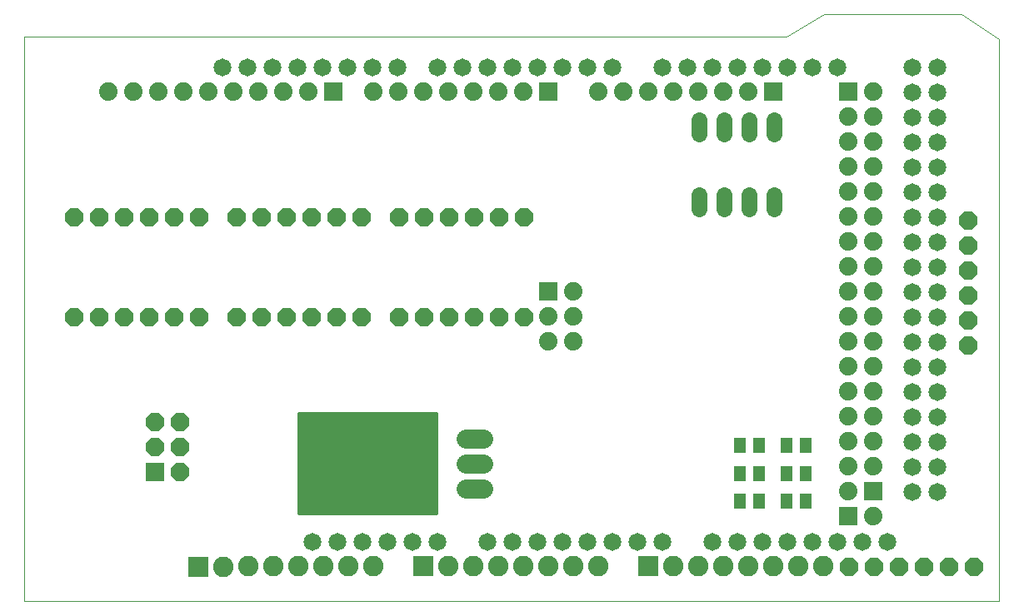
<source format=gts>
G75*
%MOIN*%
%OFA0B0*%
%FSLAX25Y25*%
%IPPOS*%
%LPD*%
%AMOC8*
5,1,8,0,0,1.08239X$1,22.5*
%
%ADD10C,0.00000*%
%ADD11C,0.01200*%
%ADD12C,0.00100*%
%ADD13C,0.07137*%
%ADD14R,0.08200X0.08200*%
%ADD15C,0.08200*%
%ADD16R,0.07400X0.07400*%
%ADD17C,0.07400*%
%ADD18OC8,0.07400*%
%ADD19C,0.06400*%
%ADD20C,0.07600*%
%ADD21C,0.13800*%
%ADD22OC8,0.07200*%
%ADD23R,0.05131X0.06312*%
D10*
X0045000Y0005000D02*
X0434951Y0005000D01*
X0434951Y0229961D01*
X0159500Y0060000D02*
X0159502Y0060161D01*
X0159508Y0060321D01*
X0159518Y0060482D01*
X0159532Y0060642D01*
X0159550Y0060802D01*
X0159571Y0060961D01*
X0159597Y0061120D01*
X0159627Y0061278D01*
X0159660Y0061435D01*
X0159698Y0061592D01*
X0159739Y0061747D01*
X0159784Y0061901D01*
X0159833Y0062054D01*
X0159886Y0062206D01*
X0159942Y0062357D01*
X0160003Y0062506D01*
X0160066Y0062654D01*
X0160134Y0062800D01*
X0160205Y0062944D01*
X0160279Y0063086D01*
X0160357Y0063227D01*
X0160439Y0063365D01*
X0160524Y0063502D01*
X0160612Y0063636D01*
X0160704Y0063768D01*
X0160799Y0063898D01*
X0160897Y0064026D01*
X0160998Y0064151D01*
X0161102Y0064273D01*
X0161209Y0064393D01*
X0161319Y0064510D01*
X0161432Y0064625D01*
X0161548Y0064736D01*
X0161667Y0064845D01*
X0161788Y0064950D01*
X0161912Y0065053D01*
X0162038Y0065153D01*
X0162166Y0065249D01*
X0162297Y0065342D01*
X0162431Y0065432D01*
X0162566Y0065519D01*
X0162704Y0065602D01*
X0162843Y0065682D01*
X0162985Y0065758D01*
X0163128Y0065831D01*
X0163273Y0065900D01*
X0163420Y0065966D01*
X0163568Y0066028D01*
X0163718Y0066086D01*
X0163869Y0066141D01*
X0164022Y0066192D01*
X0164176Y0066239D01*
X0164331Y0066282D01*
X0164487Y0066321D01*
X0164643Y0066357D01*
X0164801Y0066388D01*
X0164959Y0066416D01*
X0165118Y0066440D01*
X0165278Y0066460D01*
X0165438Y0066476D01*
X0165598Y0066488D01*
X0165759Y0066496D01*
X0165920Y0066500D01*
X0166080Y0066500D01*
X0166241Y0066496D01*
X0166402Y0066488D01*
X0166562Y0066476D01*
X0166722Y0066460D01*
X0166882Y0066440D01*
X0167041Y0066416D01*
X0167199Y0066388D01*
X0167357Y0066357D01*
X0167513Y0066321D01*
X0167669Y0066282D01*
X0167824Y0066239D01*
X0167978Y0066192D01*
X0168131Y0066141D01*
X0168282Y0066086D01*
X0168432Y0066028D01*
X0168580Y0065966D01*
X0168727Y0065900D01*
X0168872Y0065831D01*
X0169015Y0065758D01*
X0169157Y0065682D01*
X0169296Y0065602D01*
X0169434Y0065519D01*
X0169569Y0065432D01*
X0169703Y0065342D01*
X0169834Y0065249D01*
X0169962Y0065153D01*
X0170088Y0065053D01*
X0170212Y0064950D01*
X0170333Y0064845D01*
X0170452Y0064736D01*
X0170568Y0064625D01*
X0170681Y0064510D01*
X0170791Y0064393D01*
X0170898Y0064273D01*
X0171002Y0064151D01*
X0171103Y0064026D01*
X0171201Y0063898D01*
X0171296Y0063768D01*
X0171388Y0063636D01*
X0171476Y0063502D01*
X0171561Y0063365D01*
X0171643Y0063227D01*
X0171721Y0063086D01*
X0171795Y0062944D01*
X0171866Y0062800D01*
X0171934Y0062654D01*
X0171997Y0062506D01*
X0172058Y0062357D01*
X0172114Y0062206D01*
X0172167Y0062054D01*
X0172216Y0061901D01*
X0172261Y0061747D01*
X0172302Y0061592D01*
X0172340Y0061435D01*
X0172373Y0061278D01*
X0172403Y0061120D01*
X0172429Y0060961D01*
X0172450Y0060802D01*
X0172468Y0060642D01*
X0172482Y0060482D01*
X0172492Y0060321D01*
X0172498Y0060161D01*
X0172500Y0060000D01*
X0172498Y0059839D01*
X0172492Y0059679D01*
X0172482Y0059518D01*
X0172468Y0059358D01*
X0172450Y0059198D01*
X0172429Y0059039D01*
X0172403Y0058880D01*
X0172373Y0058722D01*
X0172340Y0058565D01*
X0172302Y0058408D01*
X0172261Y0058253D01*
X0172216Y0058099D01*
X0172167Y0057946D01*
X0172114Y0057794D01*
X0172058Y0057643D01*
X0171997Y0057494D01*
X0171934Y0057346D01*
X0171866Y0057200D01*
X0171795Y0057056D01*
X0171721Y0056914D01*
X0171643Y0056773D01*
X0171561Y0056635D01*
X0171476Y0056498D01*
X0171388Y0056364D01*
X0171296Y0056232D01*
X0171201Y0056102D01*
X0171103Y0055974D01*
X0171002Y0055849D01*
X0170898Y0055727D01*
X0170791Y0055607D01*
X0170681Y0055490D01*
X0170568Y0055375D01*
X0170452Y0055264D01*
X0170333Y0055155D01*
X0170212Y0055050D01*
X0170088Y0054947D01*
X0169962Y0054847D01*
X0169834Y0054751D01*
X0169703Y0054658D01*
X0169569Y0054568D01*
X0169434Y0054481D01*
X0169296Y0054398D01*
X0169157Y0054318D01*
X0169015Y0054242D01*
X0168872Y0054169D01*
X0168727Y0054100D01*
X0168580Y0054034D01*
X0168432Y0053972D01*
X0168282Y0053914D01*
X0168131Y0053859D01*
X0167978Y0053808D01*
X0167824Y0053761D01*
X0167669Y0053718D01*
X0167513Y0053679D01*
X0167357Y0053643D01*
X0167199Y0053612D01*
X0167041Y0053584D01*
X0166882Y0053560D01*
X0166722Y0053540D01*
X0166562Y0053524D01*
X0166402Y0053512D01*
X0166241Y0053504D01*
X0166080Y0053500D01*
X0165920Y0053500D01*
X0165759Y0053504D01*
X0165598Y0053512D01*
X0165438Y0053524D01*
X0165278Y0053540D01*
X0165118Y0053560D01*
X0164959Y0053584D01*
X0164801Y0053612D01*
X0164643Y0053643D01*
X0164487Y0053679D01*
X0164331Y0053718D01*
X0164176Y0053761D01*
X0164022Y0053808D01*
X0163869Y0053859D01*
X0163718Y0053914D01*
X0163568Y0053972D01*
X0163420Y0054034D01*
X0163273Y0054100D01*
X0163128Y0054169D01*
X0162985Y0054242D01*
X0162843Y0054318D01*
X0162704Y0054398D01*
X0162566Y0054481D01*
X0162431Y0054568D01*
X0162297Y0054658D01*
X0162166Y0054751D01*
X0162038Y0054847D01*
X0161912Y0054947D01*
X0161788Y0055050D01*
X0161667Y0055155D01*
X0161548Y0055264D01*
X0161432Y0055375D01*
X0161319Y0055490D01*
X0161209Y0055607D01*
X0161102Y0055727D01*
X0160998Y0055849D01*
X0160897Y0055974D01*
X0160799Y0056102D01*
X0160704Y0056232D01*
X0160612Y0056364D01*
X0160524Y0056498D01*
X0160439Y0056635D01*
X0160357Y0056773D01*
X0160279Y0056914D01*
X0160205Y0057056D01*
X0160134Y0057200D01*
X0160066Y0057346D01*
X0160003Y0057494D01*
X0159942Y0057643D01*
X0159886Y0057794D01*
X0159833Y0057946D01*
X0159784Y0058099D01*
X0159739Y0058253D01*
X0159698Y0058408D01*
X0159660Y0058565D01*
X0159627Y0058722D01*
X0159597Y0058880D01*
X0159571Y0059039D01*
X0159550Y0059198D01*
X0159532Y0059358D01*
X0159518Y0059518D01*
X0159508Y0059679D01*
X0159502Y0059839D01*
X0159500Y0060000D01*
X0045000Y0005000D02*
X0045000Y0229961D01*
D11*
X0155000Y0080000D02*
X0155000Y0040000D01*
X0210000Y0040000D01*
X0210000Y0080000D01*
X0155000Y0080000D01*
X0155000Y0079308D02*
X0210000Y0079308D01*
X0210000Y0078109D02*
X0155000Y0078109D01*
X0155000Y0076911D02*
X0210000Y0076911D01*
X0210000Y0075712D02*
X0155000Y0075712D01*
X0155000Y0074514D02*
X0210000Y0074514D01*
X0210000Y0073315D02*
X0155000Y0073315D01*
X0155000Y0072117D02*
X0210000Y0072117D01*
X0210000Y0070918D02*
X0155000Y0070918D01*
X0155000Y0069720D02*
X0210000Y0069720D01*
X0210000Y0068521D02*
X0155000Y0068521D01*
X0155000Y0067323D02*
X0210000Y0067323D01*
X0210000Y0066124D02*
X0155000Y0066124D01*
X0155000Y0064926D02*
X0210000Y0064926D01*
X0210000Y0063727D02*
X0155000Y0063727D01*
X0155000Y0062529D02*
X0210000Y0062529D01*
X0210000Y0061330D02*
X0155000Y0061330D01*
X0155000Y0060132D02*
X0210000Y0060132D01*
X0210000Y0058933D02*
X0155000Y0058933D01*
X0155000Y0057734D02*
X0210000Y0057734D01*
X0210000Y0056536D02*
X0155000Y0056536D01*
X0155000Y0055337D02*
X0210000Y0055337D01*
X0210000Y0054139D02*
X0155000Y0054139D01*
X0155000Y0052940D02*
X0210000Y0052940D01*
X0210000Y0051742D02*
X0155000Y0051742D01*
X0155000Y0050543D02*
X0210000Y0050543D01*
X0210000Y0049345D02*
X0155000Y0049345D01*
X0155000Y0048146D02*
X0210000Y0048146D01*
X0210000Y0046948D02*
X0155000Y0046948D01*
X0155000Y0045749D02*
X0210000Y0045749D01*
X0210000Y0044551D02*
X0155000Y0044551D01*
X0155000Y0043352D02*
X0210000Y0043352D01*
X0210000Y0042154D02*
X0155000Y0042154D01*
X0155000Y0040955D02*
X0210000Y0040955D01*
D12*
X0350000Y0231250D02*
X0045000Y0231250D01*
X0045000Y0230000D01*
X0350000Y0231250D02*
X0365000Y0240000D01*
X0420000Y0240000D01*
X0435000Y0230000D01*
D13*
X0410250Y0218750D03*
X0400250Y0218750D03*
X0400250Y0208750D03*
X0410250Y0208750D03*
X0410250Y0198750D03*
X0400250Y0198750D03*
X0400250Y0188750D03*
X0410250Y0188750D03*
X0410250Y0178750D03*
X0400250Y0178750D03*
X0400250Y0168750D03*
X0410250Y0168750D03*
X0410250Y0158750D03*
X0400250Y0158750D03*
X0400250Y0148750D03*
X0410250Y0148750D03*
X0410250Y0138750D03*
X0400250Y0138750D03*
X0400250Y0128750D03*
X0410250Y0128750D03*
X0410250Y0118750D03*
X0400250Y0118750D03*
X0400250Y0108750D03*
X0410250Y0108750D03*
X0410250Y0098750D03*
X0400250Y0098750D03*
X0400250Y0088750D03*
X0410250Y0088750D03*
X0410250Y0078750D03*
X0400250Y0078750D03*
X0400250Y0068750D03*
X0410250Y0068750D03*
X0410250Y0058750D03*
X0400250Y0058750D03*
X0400250Y0048750D03*
X0410250Y0048750D03*
X0390250Y0028750D03*
X0380250Y0028750D03*
X0370250Y0028750D03*
X0360250Y0028750D03*
X0350250Y0028750D03*
X0340250Y0028750D03*
X0330250Y0028750D03*
X0320250Y0028750D03*
X0300250Y0028750D03*
X0290250Y0028750D03*
X0280250Y0028750D03*
X0270250Y0028750D03*
X0260250Y0028750D03*
X0250250Y0028750D03*
X0240250Y0028750D03*
X0230250Y0028750D03*
X0210250Y0028750D03*
X0200250Y0028750D03*
X0190250Y0028750D03*
X0180250Y0028750D03*
X0170250Y0028750D03*
X0160250Y0028750D03*
X0164250Y0218750D03*
X0154250Y0218750D03*
X0144250Y0218750D03*
X0134250Y0218750D03*
X0124250Y0218750D03*
X0174250Y0218750D03*
X0184250Y0218750D03*
X0194250Y0218750D03*
X0210250Y0218750D03*
X0220250Y0218750D03*
X0230250Y0218750D03*
X0240250Y0218750D03*
X0250250Y0218750D03*
X0260250Y0218750D03*
X0270250Y0218750D03*
X0280250Y0218750D03*
X0300250Y0218750D03*
X0310250Y0218750D03*
X0320250Y0218750D03*
X0330250Y0218750D03*
X0340250Y0218750D03*
X0350250Y0218750D03*
X0360250Y0218750D03*
X0370250Y0218750D03*
D14*
X0294500Y0019000D03*
X0204500Y0019000D03*
X0114472Y0018949D03*
D15*
X0124472Y0018949D03*
X0134500Y0018996D03*
X0144500Y0019000D03*
X0154500Y0019000D03*
X0164500Y0019000D03*
X0174500Y0019000D03*
X0184500Y0019000D03*
X0214500Y0019000D03*
X0224500Y0019000D03*
X0234500Y0019000D03*
X0244500Y0019000D03*
X0254500Y0019000D03*
X0264500Y0019000D03*
X0274500Y0019000D03*
X0304500Y0019000D03*
X0314500Y0019000D03*
X0324500Y0019000D03*
X0334500Y0019000D03*
X0344500Y0019000D03*
X0354500Y0019000D03*
X0364500Y0019000D03*
D16*
X0374500Y0039000D03*
X0384500Y0049000D03*
X0254500Y0129000D03*
X0254500Y0209000D03*
X0168500Y0209000D03*
X0344500Y0209000D03*
X0374500Y0209000D03*
X0097063Y0056953D03*
D17*
X0254500Y0109000D03*
X0264500Y0109000D03*
X0264500Y0119000D03*
X0254500Y0119000D03*
X0264500Y0129000D03*
X0374500Y0129000D03*
X0384500Y0129000D03*
X0384500Y0119000D03*
X0374500Y0119000D03*
X0374500Y0109000D03*
X0384500Y0109000D03*
X0384500Y0099000D03*
X0374500Y0099000D03*
X0374500Y0089000D03*
X0384500Y0089000D03*
X0384500Y0079000D03*
X0374500Y0079000D03*
X0374500Y0069000D03*
X0384500Y0069000D03*
X0384500Y0059000D03*
X0374500Y0059000D03*
X0374500Y0049000D03*
X0384500Y0039000D03*
X0384500Y0139000D03*
X0374500Y0139000D03*
X0374500Y0149000D03*
X0384500Y0149000D03*
X0384500Y0159000D03*
X0374500Y0159000D03*
X0374500Y0169000D03*
X0384500Y0169000D03*
X0384500Y0179000D03*
X0374500Y0179000D03*
X0374500Y0189000D03*
X0384500Y0189000D03*
X0384500Y0199000D03*
X0374500Y0199000D03*
X0384500Y0209000D03*
X0334500Y0209000D03*
X0324500Y0209000D03*
X0314500Y0209000D03*
X0304500Y0209000D03*
X0294500Y0209000D03*
X0284500Y0209000D03*
X0274500Y0209000D03*
X0244500Y0209000D03*
X0234500Y0209000D03*
X0224500Y0209000D03*
X0214500Y0209000D03*
X0204500Y0209000D03*
X0194500Y0209000D03*
X0184500Y0209000D03*
X0158500Y0209000D03*
X0148500Y0209000D03*
X0138500Y0209000D03*
X0128500Y0209000D03*
X0118500Y0209000D03*
X0108500Y0209000D03*
X0098500Y0209000D03*
X0088500Y0209000D03*
X0078500Y0209000D03*
D18*
X0097063Y0076953D03*
X0107063Y0076953D03*
X0107063Y0066953D03*
X0097063Y0066953D03*
X0107063Y0056953D03*
D19*
X0315000Y0162200D02*
X0315000Y0167800D01*
X0325000Y0167800D02*
X0325000Y0162200D01*
X0335000Y0162200D02*
X0335000Y0167800D01*
X0345000Y0167800D02*
X0345000Y0162200D01*
X0345000Y0192200D02*
X0345000Y0197800D01*
X0335000Y0197800D02*
X0335000Y0192200D01*
X0325000Y0192200D02*
X0325000Y0197800D01*
X0315000Y0197800D02*
X0315000Y0192200D01*
D20*
X0228400Y0070000D02*
X0221600Y0070000D01*
X0221600Y0060000D02*
X0228400Y0060000D01*
X0228400Y0050000D02*
X0221600Y0050000D01*
D21*
X0166000Y0060000D03*
D22*
X0170000Y0118750D03*
X0160000Y0118750D03*
X0150000Y0118750D03*
X0140000Y0118750D03*
X0130000Y0118750D03*
X0115000Y0118750D03*
X0105000Y0118750D03*
X0095000Y0118750D03*
X0085000Y0118750D03*
X0075000Y0118750D03*
X0065000Y0118750D03*
X0065000Y0158750D03*
X0075000Y0158750D03*
X0085000Y0158750D03*
X0095000Y0158750D03*
X0105000Y0158750D03*
X0115000Y0158750D03*
X0130000Y0158750D03*
X0140000Y0158750D03*
X0150000Y0158750D03*
X0160000Y0158750D03*
X0170000Y0158750D03*
X0180000Y0158750D03*
X0195000Y0158750D03*
X0205000Y0158750D03*
X0215000Y0158750D03*
X0225000Y0158750D03*
X0235000Y0158750D03*
X0245000Y0158750D03*
X0245000Y0118750D03*
X0235000Y0118750D03*
X0225000Y0118750D03*
X0215000Y0118750D03*
X0205000Y0118750D03*
X0195000Y0118750D03*
X0180000Y0118750D03*
X0375000Y0018750D03*
X0385000Y0018750D03*
X0395000Y0018750D03*
X0405000Y0018750D03*
X0415000Y0018750D03*
X0425000Y0018750D03*
X0422500Y0107500D03*
X0422500Y0117500D03*
X0422500Y0127500D03*
X0422500Y0137500D03*
X0422500Y0147500D03*
X0422500Y0157500D03*
D23*
X0357687Y0067500D03*
X0349813Y0067500D03*
X0338937Y0067500D03*
X0331063Y0067500D03*
X0331063Y0056250D03*
X0338937Y0056250D03*
X0349813Y0056250D03*
X0357687Y0056250D03*
X0357687Y0045000D03*
X0349813Y0045000D03*
X0338937Y0045000D03*
X0331063Y0045000D03*
M02*

</source>
